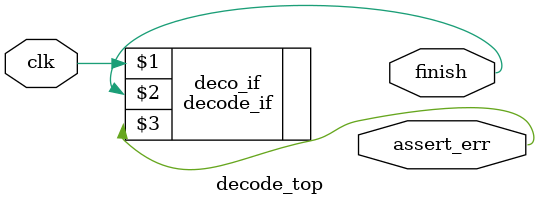
<source format=sv>
module	decode_top(
	input   clk ,
	output		finish	,
	output		assert_err
) ;

decode_if	deco_if(clk,finish,assert_err);
as_decode	as_inst(deco_if.AS);
tb_decode	tb_inst(deco_if.TB);
decode	dut_inst(
	deco_if.clk,						
	deco_if.core_rst_n ,							
	deco_if.in_tdata,	
	deco_if.in_tkeep,
	deco_if.in_tvalid , 						
	deco_if.in_tready	,						
	deco_if.in_tlast	,						
	
	deco_if.out_tdata ,	
	deco_if.out_tlast ,								
	deco_if.out_tvalid	,							
	deco_if.out_tkeep ,	
	deco_if.out_tready,									

	deco_if.Data_en	,								
	deco_if.ACK_en	,								
	deco_if.ACK2_en	,								
	deco_if.Keep_live_en ,							
	deco_if.NAK_en	,								
	deco_if.Handshake_en , 							
	deco_if.CLOSE_en	 ,							
	deco_if.error		 	

);

endmodule


</source>
